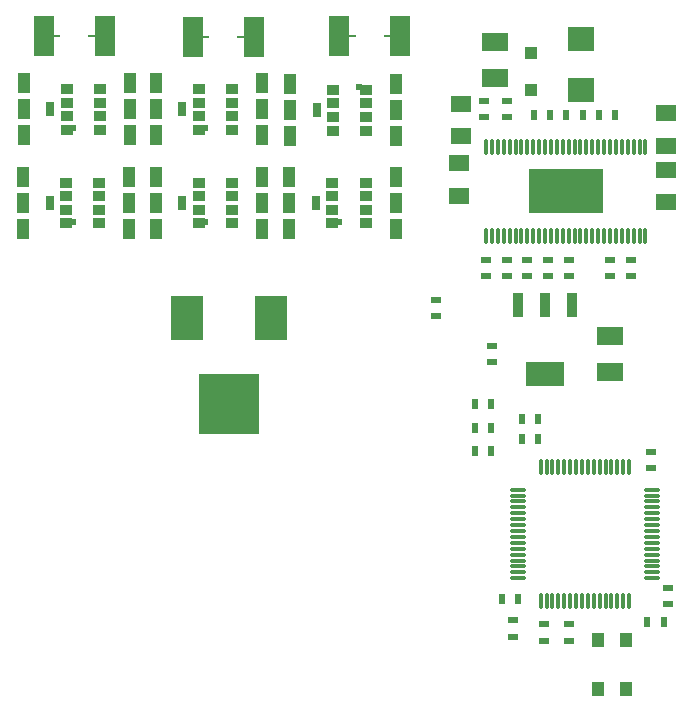
<source format=gtp>
G04 Layer_Color=8421504*
%FSLAX25Y25*%
%MOIN*%
G70*
G01*
G75*
%ADD10C,0.02400*%
%ADD11R,0.11000X0.15000*%
%ADD12R,0.04331X0.03937*%
%ADD13R,0.20000X0.20000*%
%ADD14R,0.01968X0.03740*%
%ADD15R,0.03740X0.01968*%
%ADD16R,0.07087X0.05512*%
%ADD17R,0.08661X0.08071*%
%ADD18O,0.01181X0.05512*%
%ADD19O,0.05512X0.01181*%
%ADD20R,0.04200X0.04500*%
%ADD21R,0.09055X0.06496*%
%ADD22R,0.12598X0.08465*%
%ADD23R,0.03543X0.08465*%
%ADD24R,0.24803X0.14567*%
%ADD25R,0.04331X0.06693*%
%ADD26R,0.04331X0.03347*%
%ADD27R,0.02756X0.05118*%
%ADD28R,0.03937X0.00500*%
%ADD29R,0.07087X0.13189*%
D10*
X-122835Y-76083D02*
D03*
X-167323D02*
D03*
X-211614D02*
D03*
X-116142Y-31102D02*
D03*
X-211417Y-44882D02*
D03*
X-167323D02*
D03*
D11*
X-173499Y-108268D02*
D03*
X-145399D02*
D03*
D12*
X-58661Y-19882D02*
D03*
Y-32087D02*
D03*
D13*
X-159449Y-136811D02*
D03*
D14*
X-56355Y-148622D02*
D03*
X-61755D02*
D03*
X-63245Y-201772D02*
D03*
X-68645D02*
D03*
X-56355Y-141732D02*
D03*
X-61755D02*
D03*
X-52418Y-40354D02*
D03*
X-57818D02*
D03*
X-41591D02*
D03*
X-46991D02*
D03*
X-30765D02*
D03*
X-36165D02*
D03*
X-20023Y-209449D02*
D03*
X-14623D02*
D03*
X-77503Y-152559D02*
D03*
X-72103D02*
D03*
Y-144685D02*
D03*
X-77503D02*
D03*
X-72103Y-136811D02*
D03*
X-77503D02*
D03*
D15*
X-18701Y-158212D02*
D03*
X-18701Y-152812D02*
D03*
X-12992Y-203487D02*
D03*
Y-198087D02*
D03*
X-46063Y-210292D02*
D03*
Y-215692D02*
D03*
X-53150Y-94235D02*
D03*
Y-88835D02*
D03*
X-32480D02*
D03*
Y-94235D02*
D03*
X-46260Y-88835D02*
D03*
Y-94235D02*
D03*
X-25591Y-88835D02*
D03*
Y-94235D02*
D03*
X-71850Y-117379D02*
D03*
Y-122779D02*
D03*
X-66929Y-35883D02*
D03*
Y-41283D02*
D03*
X-64961Y-208914D02*
D03*
Y-214314D02*
D03*
X-54331Y-215692D02*
D03*
Y-210292D02*
D03*
X-60039Y-88835D02*
D03*
Y-94235D02*
D03*
X-90551Y-102024D02*
D03*
Y-107424D02*
D03*
X-66929Y-94235D02*
D03*
Y-88835D02*
D03*
X-73819D02*
D03*
Y-94235D02*
D03*
X-74410Y-35883D02*
D03*
Y-41283D02*
D03*
D16*
X-82284Y-36713D02*
D03*
Y-47539D02*
D03*
X-82677Y-67421D02*
D03*
Y-56595D02*
D03*
X-13780Y-50689D02*
D03*
Y-39862D02*
D03*
Y-58760D02*
D03*
Y-69587D02*
D03*
D17*
X-42126Y-15256D02*
D03*
Y-31988D02*
D03*
D18*
X-55610Y-202559D02*
D03*
X-53642D02*
D03*
X-51673D02*
D03*
X-49705D02*
D03*
X-47736D02*
D03*
X-45768D02*
D03*
X-43799D02*
D03*
X-41831D02*
D03*
X-39862D02*
D03*
X-37894D02*
D03*
X-35925D02*
D03*
X-33957D02*
D03*
X-31988D02*
D03*
X-30020D02*
D03*
X-28051D02*
D03*
X-26083D02*
D03*
Y-157677D02*
D03*
X-28051D02*
D03*
X-30020D02*
D03*
X-31988D02*
D03*
X-33957D02*
D03*
X-35925D02*
D03*
X-37894D02*
D03*
X-39862D02*
D03*
X-41831D02*
D03*
X-43799D02*
D03*
X-45768D02*
D03*
X-51673D02*
D03*
X-53642D02*
D03*
X-55610D02*
D03*
X-47736D02*
D03*
X-49705D02*
D03*
X-73819Y-80905D02*
D03*
X-71850D02*
D03*
X-69882D02*
D03*
X-67913D02*
D03*
X-65945D02*
D03*
X-63976D02*
D03*
X-62008D02*
D03*
X-60039D02*
D03*
X-58071D02*
D03*
X-56102D02*
D03*
X-54134D02*
D03*
X-52165D02*
D03*
X-50197D02*
D03*
X-48228D02*
D03*
X-46260D02*
D03*
X-44291D02*
D03*
X-42323D02*
D03*
X-40354D02*
D03*
X-38386D02*
D03*
X-36417D02*
D03*
X-34449D02*
D03*
X-32480D02*
D03*
X-30512D02*
D03*
X-28543D02*
D03*
X-26575D02*
D03*
X-24606D02*
D03*
X-22638D02*
D03*
X-20669D02*
D03*
X-73819Y-50984D02*
D03*
X-71850D02*
D03*
X-69882D02*
D03*
X-67913D02*
D03*
X-65945D02*
D03*
X-63976D02*
D03*
X-62008D02*
D03*
X-60039D02*
D03*
X-58071D02*
D03*
X-56102D02*
D03*
X-54134D02*
D03*
X-52165D02*
D03*
X-50197D02*
D03*
X-48228D02*
D03*
X-46260D02*
D03*
X-44291D02*
D03*
X-42323D02*
D03*
X-40354D02*
D03*
X-38386D02*
D03*
X-36417D02*
D03*
X-34449D02*
D03*
X-32480D02*
D03*
X-30512D02*
D03*
X-28543D02*
D03*
X-26575D02*
D03*
X-24606D02*
D03*
X-22638D02*
D03*
X-20669D02*
D03*
D19*
X-18406Y-194882D02*
D03*
Y-192913D02*
D03*
Y-190945D02*
D03*
Y-188976D02*
D03*
Y-187008D02*
D03*
Y-185039D02*
D03*
Y-183071D02*
D03*
Y-181102D02*
D03*
Y-179134D02*
D03*
Y-177165D02*
D03*
Y-175197D02*
D03*
Y-173228D02*
D03*
Y-171260D02*
D03*
Y-169291D02*
D03*
Y-167323D02*
D03*
Y-165354D02*
D03*
X-63287D02*
D03*
Y-167323D02*
D03*
Y-169291D02*
D03*
Y-171260D02*
D03*
Y-173228D02*
D03*
Y-175197D02*
D03*
Y-177165D02*
D03*
Y-179134D02*
D03*
Y-181102D02*
D03*
Y-183071D02*
D03*
Y-185039D02*
D03*
Y-187008D02*
D03*
Y-188976D02*
D03*
Y-190945D02*
D03*
Y-192913D02*
D03*
Y-194882D02*
D03*
D20*
X-27165Y-231890D02*
D03*
X-36614Y-215354D02*
D03*
Y-231890D02*
D03*
X-27165Y-215354D02*
D03*
D21*
X-32480Y-114075D02*
D03*
Y-126083D02*
D03*
X-70866Y-28051D02*
D03*
Y-16043D02*
D03*
D22*
X-54134Y-126673D02*
D03*
D23*
X-63189Y-103642D02*
D03*
X-54134D02*
D03*
X-45079D02*
D03*
D24*
X-47244Y-65945D02*
D03*
D25*
X-103937Y-61122D02*
D03*
Y-69784D02*
D03*
Y-78445D02*
D03*
X-139370D02*
D03*
Y-69784D02*
D03*
Y-61122D02*
D03*
X-103740Y-30217D02*
D03*
Y-38878D02*
D03*
Y-47539D02*
D03*
X-139173D02*
D03*
Y-38878D02*
D03*
Y-30217D02*
D03*
X-148425Y-61122D02*
D03*
Y-69784D02*
D03*
Y-78445D02*
D03*
X-183858D02*
D03*
Y-69784D02*
D03*
Y-61122D02*
D03*
X-148425Y-29921D02*
D03*
Y-38583D02*
D03*
Y-47244D02*
D03*
X-183858D02*
D03*
Y-38583D02*
D03*
Y-29921D02*
D03*
X-192717Y-61122D02*
D03*
Y-69784D02*
D03*
Y-78445D02*
D03*
X-228150D02*
D03*
Y-69784D02*
D03*
Y-61122D02*
D03*
X-192520Y-29921D02*
D03*
Y-38583D02*
D03*
Y-47244D02*
D03*
X-227953D02*
D03*
Y-38583D02*
D03*
Y-29921D02*
D03*
D26*
X-125000Y-62992D02*
D03*
Y-67520D02*
D03*
Y-72047D02*
D03*
Y-76575D02*
D03*
X-113976D02*
D03*
Y-72047D02*
D03*
Y-67520D02*
D03*
Y-62992D02*
D03*
X-124803Y-32087D02*
D03*
Y-36614D02*
D03*
Y-41142D02*
D03*
Y-45669D02*
D03*
X-113779D02*
D03*
Y-41142D02*
D03*
Y-36614D02*
D03*
Y-32087D02*
D03*
X-169488Y-62992D02*
D03*
Y-67520D02*
D03*
Y-72047D02*
D03*
Y-76575D02*
D03*
X-158465D02*
D03*
Y-72047D02*
D03*
Y-67520D02*
D03*
Y-62992D02*
D03*
X-169488Y-31791D02*
D03*
Y-36319D02*
D03*
Y-40846D02*
D03*
Y-45374D02*
D03*
X-158465D02*
D03*
Y-40846D02*
D03*
Y-36319D02*
D03*
Y-31791D02*
D03*
X-213779Y-62992D02*
D03*
Y-67520D02*
D03*
Y-72047D02*
D03*
Y-76575D02*
D03*
X-202756D02*
D03*
Y-72047D02*
D03*
Y-67520D02*
D03*
Y-62992D02*
D03*
X-213583Y-31791D02*
D03*
Y-36319D02*
D03*
Y-40846D02*
D03*
Y-45374D02*
D03*
X-202559D02*
D03*
Y-40846D02*
D03*
Y-36319D02*
D03*
Y-31791D02*
D03*
D27*
X-130512Y-69784D02*
D03*
X-130315Y-38878D02*
D03*
X-175000Y-69784D02*
D03*
X-175000Y-38583D02*
D03*
X-219291Y-69784D02*
D03*
X-219094Y-38583D02*
D03*
D28*
X-217717Y-14173D02*
D03*
X-204331D02*
D03*
X-154724Y-14567D02*
D03*
X-168110D02*
D03*
X-119291Y-14173D02*
D03*
X-105905D02*
D03*
D29*
X-200787D02*
D03*
X-221260D02*
D03*
X-171653Y-14567D02*
D03*
X-151181D02*
D03*
X-102362Y-14173D02*
D03*
X-122835D02*
D03*
M02*

</source>
